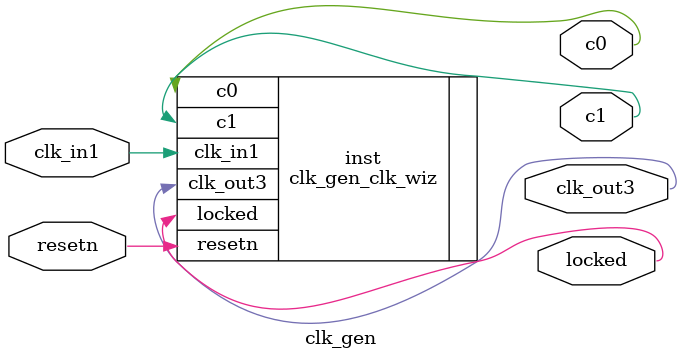
<source format=v>


`timescale 1ps/1ps

(* CORE_GENERATION_INFO = "clk_gen,clk_wiz_v6_0_4_0_0,{component_name=clk_gen,use_phase_alignment=true,use_min_o_jitter=false,use_max_i_jitter=false,use_dyn_phase_shift=false,use_inclk_switchover=false,use_dyn_reconfig=false,enable_axi=0,feedback_source=FDBK_AUTO,PRIMITIVE=MMCM,num_out_clk=3,clkin1_period=20.000,clkin2_period=10.0,use_power_down=false,use_reset=true,use_locked=true,use_inclk_stopped=false,feedback_type=SINGLE,CLOCK_MGR_TYPE=NA,manual_override=false}" *)

module clk_gen 
 (
  // Clock out ports
  output        c0,
  output        c1,
  output        clk_out3,
  // Status and control signals
  input         resetn,
  output        locked,
 // Clock in ports
  input         clk_in1
 );

  clk_gen_clk_wiz inst
  (
  // Clock out ports  
  .c0(c0),
  .c1(c1),
  .clk_out3(clk_out3),
  // Status and control signals               
  .resetn(resetn), 
  .locked(locked),
 // Clock in ports
  .clk_in1(clk_in1)
  );

endmodule

</source>
